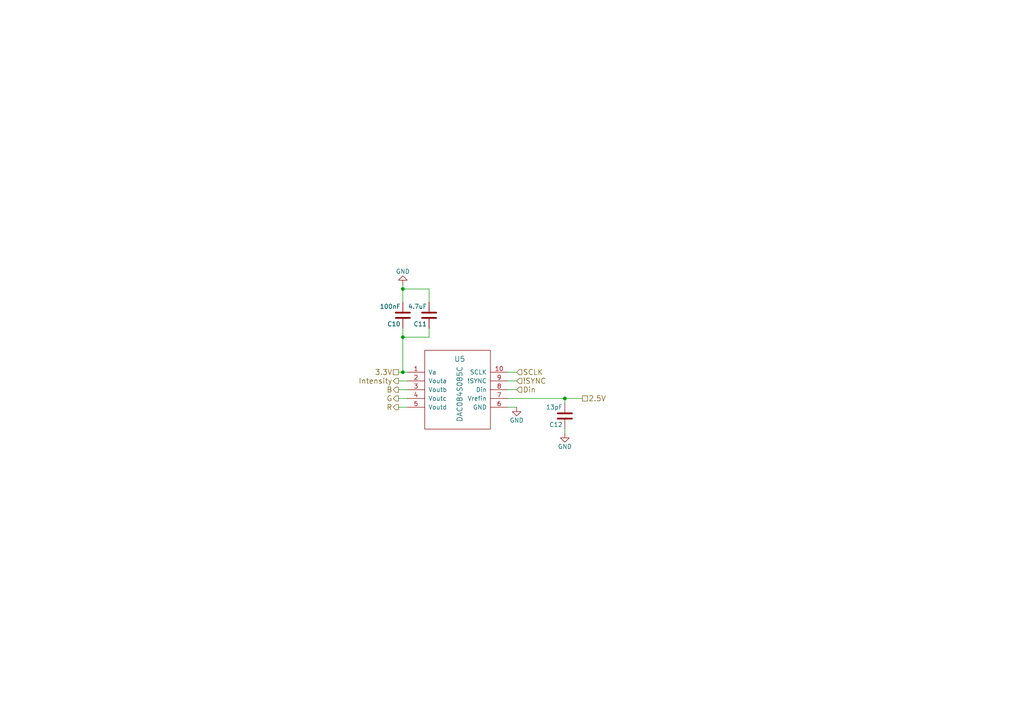
<source format=kicad_sch>
(kicad_sch (version 20231120) (generator "eeschema") (generator_version "8.0")
  (paper "A4")
  (title_block (title "Digital to Analog Converter") (rev "A"))
  (lib_symbols
    (symbol "Helios-rescue:C" (pin_numbers hide) (pin_names (offset 0.254))
      (property "Reference" "C" (at 0.635 2.54 0))
      (property "Value" "C" (at 0.635 -2.54 0))
      (symbol "C_0_1"
        (polyline (pts (xy -2.032 -0.762) (xy 2.032 -0.762)) (stroke (width 0.508)))
        (polyline (pts (xy -2.032 0.762) (xy 2.032 0.762)) (stroke (width 0.508)))
      )
      (symbol "C_1_1"
        (pin passive line (at 0 3.81 270) (length 2.794) (name "~") (number "1"))
        (pin passive line (at 0 -3.81 90) (length 2.794) (name "~") (number "2"))
      )
    )
    (symbol "Helios-rescue:GND" (power) (pin_names (offset 0))
      (property "Value" "GND" (at 0 -3.81 0))
      (symbol "GND_0_1"
        (polyline (pts (xy 0 0) (xy 0 -1.27) (xy 1.27 -1.27) (xy 0 -2.54) (xy -1.27 -1.27) (xy 0 -1.27)))
      )
      (symbol "GND_1_1"
        (pin power_in line (at 0 0 270) (length 0) hide (name "GND") (number "1"))
      )
    )
    (symbol "Personal-library:DAC084S085C" (pin_names (offset 1.016))
      (property "Reference" "U" (at 0 17.78 0))
      (property "Value" "DAC084S085C" (at 0 7.62 90))
      (symbol "DAC084S085C_0_1"
        (rectangle (start -10.16 -2.54) (end 8.89 20.32))
      )
      (symbol "DAC084S085C_1_1"
        (pin input line (at -15.24 13.97 0) (length 5.08) (name "Va") (number "1"))
        (pin input line (at 13.97 13.97 180) (length 5.08) (name "SCLK") (number "10"))
        (pin input line (at -15.24 11.43 0) (length 5.08) (name "Vouta") (number "2"))
        (pin input line (at -15.24 8.89 0) (length 5.08) (name "Voutb") (number "3"))
        (pin input line (at -15.24 6.35 0) (length 5.08) (name "Voutc") (number "4"))
        (pin input line (at -15.24 3.81 0) (length 5.08) (name "Voutd") (number "5"))
        (pin input line (at 13.97 3.81 180) (length 5.08) (name "GND") (number "6"))
        (pin input line (at 13.97 6.35 180) (length 5.08) (name "Vrefin") (number "7"))
        (pin input line (at 13.97 8.89 180) (length 5.08) (name "Din") (number "8"))
        (pin input line (at 13.97 11.43 180) (length 5.08) (name "!SYNC") (number "9"))
      )
    )
  )
  (junction (at 116.84 107.95))
  (junction (at 116.84 83.82))
  (junction (at 116.84 97.79))
  (junction (at 163.83 115.57))
  (wire (pts (xy 115.57 110.49) (xy 118.11 110.49)))
  (wire (pts (xy 124.46 83.82) (xy 116.84 83.82)))
  (wire (pts (xy 116.84 95.25) (xy 116.84 97.79)))
  (wire (pts (xy 116.84 107.95) (xy 118.11 107.95)))
  (wire (pts (xy 124.46 97.79) (xy 116.84 97.79)))
  (wire (pts (xy 115.57 107.95) (xy 116.84 107.95)))
  (wire (pts (xy 115.57 113.03) (xy 118.11 113.03)))
  (wire (pts (xy 115.57 115.57) (xy 118.11 115.57)))
  (wire (pts (xy 116.84 83.82) (xy 116.84 87.63)))
  (wire (pts (xy 163.83 115.57) (xy 168.91 115.57)))
  (wire (pts (xy 115.57 118.11) (xy 118.11 118.11)))
  (wire (pts (xy 163.83 116.84) (xy 163.83 115.57)))
  (wire (pts (xy 147.32 113.03) (xy 149.86 113.03)))
  (wire (pts (xy 147.32 115.57) (xy 163.83 115.57)))
  (wire (pts (xy 116.84 82.55) (xy 116.84 83.82)))
  (wire (pts (xy 124.46 95.25) (xy 124.46 97.79)))
  (wire (pts (xy 147.32 107.95) (xy 149.86 107.95)))
  (wire (pts (xy 147.32 110.49) (xy 149.86 110.49)))
  (wire (pts (xy 116.84 97.79) (xy 116.84 107.95)))
  (wire (pts (xy 147.32 118.11) (xy 149.86 118.11)))
  (wire (pts (xy 163.83 124.46) (xy 163.83 125.73)))
  (wire (pts (xy 124.46 87.63) (xy 124.46 83.82)))
  (hierarchical_label "2.5V" (shape passive) (at 168.91 115.57 0) (effects (font (size 1.524 1.524))))
  (hierarchical_label "B" (shape output) (at 115.57 113.03 180) (effects (font (size 1.524 1.524))))
  (hierarchical_label "3.3V" (shape passive) (at 115.57 107.95 180) (effects (font (size 1.524 1.524))))
  (hierarchical_label "Din" (shape input) (at 149.86 113.03 0) (effects (font (size 1.524 1.524))))
  (hierarchical_label "!SYNC" (shape input) (at 149.86 110.49 0) (effects (font (size 1.524 1.524))))
  (hierarchical_label "G" (shape output) (at 115.57 115.57 180) (effects (font (size 1.524 1.524))))
  (hierarchical_label "Intensity" (shape output) (at 115.57 110.49 180) (effects (font (size 1.524 1.524))))
  (hierarchical_label "SCLK" (shape input) (at 149.86 107.95 0) (effects (font (size 1.524 1.524))))
  (hierarchical_label "R" (shape output) (at 115.57 118.11 180) (effects (font (size 1.524 1.524))))
  (symbol (lib_id "Personal-library:DAC084S085C") (at 133.35 121.92 0) (unit 1)
    (property "Reference" "U5" (at 133.35 104.14 0) (effects (font (size 1.524 1.524))))
    (property "Value" "DAC084S085C" (at 133.35 114.3 90) (effects (font (size 1.524 1.524))))
    (property "Footprint" "personal:MSOP-10_3x3mm_Pitch0.5mm" (effects (hide yes)))
  )
  (symbol (lib_id "Helios-rescue:C") (at 116.84 91.44 180) (unit 1)
    (property "Reference" "C10" (at 116.205 93.98 0) (effects (justify left)))
    (property "Value" "100nF" (at 116.205 88.9 0) (effects (justify left)))
    (property "Footprint" "Capacitors_SMD:C_0402" (effects (hide yes)))
  )
  (symbol (lib_id "Helios-rescue:GND") (at 116.84 82.55 180) (unit 1)
    (property "Reference" "#PWR015" (effects (hide yes)))
    (property "Value" "GND" (at 116.84 78.74 0))
  )
  (symbol (lib_id "Helios-rescue:C") (at 124.46 91.44 180) (unit 1)
    (property "Reference" "C11" (at 123.825 93.98 0) (effects (justify left)))
    (property "Value" "4.7uF" (at 123.825 88.9 0) (effects (justify left)))
    (property "Footprint" "Capacitors_SMD:c_elec_4x5.3" (effects (hide yes)))
  )
  (symbol (lib_id "Helios-rescue:C") (at 163.83 120.65 180) (unit 1)
    (property "Reference" "C12" (at 163.195 123.19 0) (effects (justify left)))
    (property "Value" "13pF" (at 163.195 118.11 0) (effects (justify left)))
    (property "Footprint" "Capacitors_SMD:C_0402" (effects (hide yes)))
  )
  (symbol (lib_id "Helios-rescue:GND") (at 163.83 125.73 0) (unit 1)
    (property "Reference" "#PWR016" (effects (hide yes)))
    (property "Value" "GND" (at 163.83 129.54 0))
  )
  (symbol (lib_id "Helios-rescue:GND") (at 149.86 118.11 0) (unit 1)
    (property "Reference" "#PWR017" (effects (hide yes)))
    (property "Value" "GND" (at 149.86 121.92 0))
  )
)
</source>
